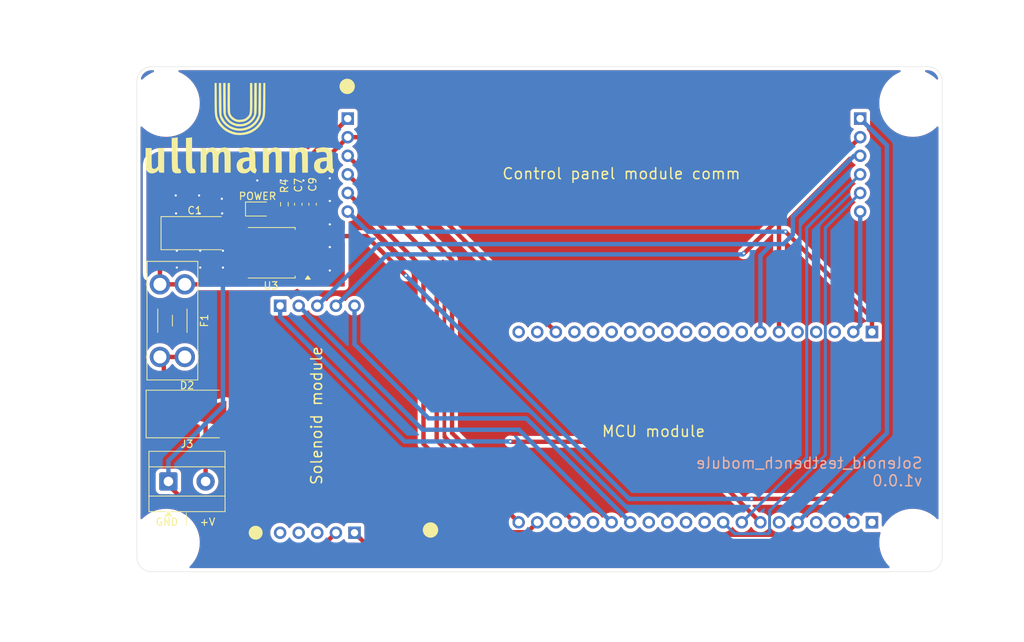
<source format=kicad_pcb>
(kicad_pcb (version 20241229) (generator "pcbnew") (generator_version "9.0")
  (layers (0 "F.Cu" signal) (2 "B.Cu" signal) (13 "F.Paste" user) (15 "B.Paste" user) (5 "F.SilkS" user "F.Silkscreen") (7 "B.SilkS" user "B.Silkscreen") (1 "F.Mask" user) (3 "B.Mask" user) (25 "Edge.Cuts" user))
  (net 0 "")
  (net 1 "/power_supply/+V_IN")
  (net 2 "GND")
  (net 3 "+5V")
  (net 4 "+VDD")
  (net 5 "Net-(D2-K)")
  (net 6 "Net-(D4-A)")
  (net 7 "SCL")
  (net 9 "Net-(U1-A{slash}R)")
  (net 10 "Net-(U1-IHall)")
  (net 11 "+3.3V")
  (net 13 "SDA")
  (net 14 "Net-(U1-FB)")
  (net 16 "TX")
  (net 17 "AGND")
  (net 18 "Net-(U2-SW_MODE)")
  (net 19 "Net-(U2-LED_ERR)")
  (net 20 "Net-(U2-LED_STATUS)")
  (net 21 "RX")
  (net 22 "Net-(U2-RV1)")
  (footprint "TerminalBlock_MetzConnect:TerminalBlock_MetzConnect_Type101_RT01602HBWC_1x02_P5.08mm_Horizontal" (layer "F.Cu") (at 46.925 87.9675)
    (property "Reference" "J3" (at 2.54 -5.12 0) (layer "F.SilkS"))
    (property "Value" "1x2 5.08")
    (fp_line (start -2.66 -4.12) (end 7.74 -4.12) (stroke (width 0.12)) (layer "F.SilkS"))
    (fp_line (start -2.66 -2) (end 7.74 -2) (stroke (width 0.12)) (layer "F.SilkS"))
    (fp_line (start -2.66 2) (end 7.74 2) (stroke (width 0.12)) (layer "F.SilkS"))
    (fp_line (start -2.66 4.12) (end -2.66 -4.12) (stroke (width 0.12)) (layer "F.SilkS"))
    (fp_line (start -0.3 4.12) (end -2.66 4.12) (stroke (width 0.12)) (layer "F.SilkS"))
    (fp_line (start 7.74 -4.12) (end 7.74 4.12) (stroke (width 0.12)) (layer "F.SilkS"))
    (fp_line (start 7.74 4.12) (end 0.3 4.12) (stroke (width 0.12)) (layer "F.SilkS"))
    (fp_poly (pts (xy 0 4.12) (xy 0.44 4.73) (xy -0.44 4.73)) (stroke (width 0.12)) (fill yes) (layer "F.SilkS"))
    (pad "1" thru_hole roundrect (at 0 0) (size 2.5 2.5) (drill 1.3) (layers "*.Cu" "*.Mask") (roundrect_rratio 0.1) (net 2 "GND"))
    (pad "2" thru_hole circle (at 5.08 0) (size 2.5 2.5) (drill 1.3) (layers "*.Cu" "*.Mask") (net 1 "/power_supply/+V_IN"))
  )
  (footprint "Capacitor_SMD:C_0603_1608Metric_Pad1.08x0.95mm_HandSolder" (layer "F.Cu") (at 64.67 50.1 -90)
    (property "Reference" "C7" (at -2.6 0 90) (layer "F.SilkS"))
    (property "Value" "0.47uF")
    (fp_line (start -0.146267 0.51) (end 0.146267 0.51) (stroke (width 0.12)) (layer "F.SilkS"))
    (fp_line (start -0.146267 -0.51) (end 0.146267 -0.51) (stroke (width 0.12)) (layer "F.SilkS"))
    (pad "1" smd roundrect (at -0.8625 0 270) (size 1.075 0.95) (layers "F.Cu" "F.Mask" "F.Paste") (net 4 "+VDD"))
    (pad "2" smd roundrect (at 0.8625 0 270) (size 1.075 0.95) (layers "F.Cu" "F.Mask" "F.Paste") (net 2 "GND"))
  )
  (footprint "Library:control_panel_module" (layer "F.Cu") (at 107.62 45.3)
    (property "Reference" "U2" (hide yes))
    (property "Value" "Control_panel_module_comm" (hide yes))
    (fp_circle (center -36.275 -11.3) (end -35.275 -11.3) (stroke (width 0.1)) (fill yes) (layer "F.SilkS"))
    (pad "1" thru_hole rect (at -36.2 -6.9 180) (size 1.7 1.7) (drill 1) (layers "*.Cu" "*.Mask") (net 4 "+VDD"))
    (pad "2" thru_hole oval (at -36.2 -4.36 180) (size 1.7 1.7) (drill 1) (layers "*.Cu" "*.Mask") (net 2 "GND"))
    (pad "3" thru_hole oval (at -36.2 -1.82 180) (size 1.7 1.7) (drill 1) (layers "*.Cu" "*.Mask") (net 18 "Net-(U2-SW_MODE)"))
    (pad "4" thru_hole oval (at -36.2 0.72 180) (size 1.7 1.7) (drill 1) (layers "*.Cu" "*.Mask") (net 19 "Net-(U2-LED_ERR)"))
    (pad "5" thru_hole oval (at -36.2 3.26 180) (size 1.7 1.7) (drill 1) (layers "*.Cu" "*.Mask") (net 20 "Net-(U2-LED_STATUS)"))
    (pad "6" thru_hole oval (at -36.2 5.8 180) (size 1.7 1.7) (drill 1) (layers "*.Cu" "*.Mask") (net 16 "TX"))
    (pad "7" thru_hole rect (at 33.8 -6.9 180) (size 1.7 1.7) (drill 1) (layers "*.Cu" "*.Mask") (net 11 "+3.3V"))
    (pad "8" thru_hole oval (at 33.8 -4.36 180) (size 1.7 1.7) (drill 1) (layers "*.Cu" "*.Mask") (net 13 "SDA"))
    (pad "9" thru_hole oval (at 33.8 -1.82 180) (size 1.7 1.7) (drill 1) (layers "*.Cu" "*.Mask") (net 7 "SCL"))
    (pad "10" thru_hole oval (at 33.8 0.72 180) (size 1.7 1.7) (drill 1) (layers "*.Cu" "*.Mask") (net 17 "AGND"))
    (pad "11" thru_hole oval (at 33.8 3.26 180) (size 1.7 1.7) (drill 1) (layers "*.Cu" "*.Mask") (net 22 "Net-(U2-RV1)"))
    (pad "12" thru_hole oval (at 33.8 5.8 180) (size 1.7 1.7) (drill 1) (layers "*.Cu" "*.Mask") (net 21 "RX"))
  )
  (footprint "MountingHole:MountingHole_3.2mm_M3" (layer "F.Cu") (at 148.62 36.3)
    (property "Reference" "H3" (hide yes))
    (property "Value" "MountingHole" (hide yes))
    (pad "" np_thru_hole circle (at 0 0) (size 3.2 3.2) (drill 3.2) (layers "*.Cu" "*.Mask"))
  )
  (footprint "Capacitor_SMD:C_0603_1608Metric_Pad1.08x0.95mm_HandSolder" (layer "F.Cu") (at 66.62 50.1 90)
    (property "Reference" "C9" (at 2.7 0 90) (layer "F.SilkS"))
    (property "Value" "0.1uF")
    (fp_line (start -0.146267 -0.51) (end 0.146267 -0.51) (stroke (width 0.12)) (layer "F.SilkS"))
    (fp_line (start -0.146267 0.51) (end 0.146267 0.51) (stroke (width 0.12)) (layer "F.SilkS"))
    (pad "1" smd roundrect (at -0.8625 0 90) (size 1.075 0.95) (layers "F.Cu" "F.Mask" "F.Paste") (net 3 "+5V"))
    (pad "2" smd roundrect (at 0.8625 0 90) (size 1.075 0.95) (layers "F.Cu" "F.Mask" "F.Paste") (net 2 "GND"))
  )
  (footprint "MountingHole:MountingHole_3.2mm_M3" (layer "F.Cu") (at 148.62 96.3)
    (property "Reference" "H3" (hide yes))
    (property "Value" "MountingHole" (hide yes))
    (pad "" np_thru_hole circle (at 0 0) (size 3.2 3.2) (drill 3.2) (layers "*.Cu" "*.Mask"))
  )
  (footprint "Package_TO_SOT_SMD:TO-252-2" (layer "F.Cu") (at 60.93 56.73 180)
    (property "Reference" "U3" (at 0 -4.5 0) (layer "F.SilkS"))
    (property "Value" "LM78M05")
    (fp_line (start 3.11 3.45) (end -3.31 3.45) (stroke (width 0.12)) (layer "F.SilkS"))
    (fp_line (start 3.11 -3.45) (end -3.31 -3.45) (stroke (width 0.12)) (layer "F.SilkS"))
    (fp_line (start -3.31 3.45) (end -3.31 3.18) (stroke (width 0.12)) (layer "F.SilkS"))
    (fp_line (start -3.31 -3.45) (end -3.31 -3.18) (stroke (width 0.12)) (layer "F.SilkS"))
    (fp_poly (pts (xy -5.04 -3.14) (xy -5.38 -3.61) (xy -4.7 -3.61)) (stroke (width 0.12)) (fill yes) (layer "F.SilkS"))
    (pad "1" smd roundrect (at -5.04 -2.28 180) (size 2.2 1.2) (layers "F.Cu" "F.Mask" "F.Paste") (roundrect_rratio 0.208333) (net 4 "+VDD"))
    (pad "2" smd roundrect (at 1.26 0 180) (size 6.4 5.8) (layers "F.Cu" "F.Mask") (roundrect_rratio 0.043103) (net 2 "GND"))
    (pad "3" smd roundrect (at -5.04 2.28 180) (size 2.2 1.2) (layers "F.Cu" "F.Mask" "F.Paste") (roundrect_rratio 0.208333) (net 3 "+5V"))
  )
  (footprint "MCU_module:MCU_module" (layer "F.Cu") (at 113.65 80.45 -90)
    (property "Reference" "U4" (hide yes))
    (property "Value" "MCU_module")
    (fp_circle (center 14.15 30.925) (end 15.15 30.925) (stroke (width 0.1)) (fill yes) (layer "F.SilkS"))
    (pad "1" thru_hole rect (at -12.9 -29.38 90) (size 1.7 1.7) (drill 1) (layers "*.Cu" "*.Mask") (net 16 "TX"))
    (pad "2" thru_hole oval (at -12.9 -26.84 90) (size 1.7 1.7) (drill 1) (layers "*.Cu" "*.Mask") (net 21 "RX"))
    (pad "3" thru_hole oval (at -12.9 -24.3 90) (size 1.7 1.7) (drill 1) (layers "*.Cu" "*.Mask"))
    (pad "4" thru_hole oval (at -12.9 -21.76 90) (size 1.7 1.7) (drill 1) (layers "*.Cu" "*.Mask"))
    (pad "5" thru_hole oval (at -12.9 -19.22 90) (size 1.7 1.7) (drill 1) (layers "*.Cu" "*.Mask"))
    (pad "6" thru_hole oval (at -12.9 -16.68 90) (size 1.7 1.7) (drill 1) (layers "*.Cu" "*.Mask") (net 13 "SDA"))
    (pad "7" thru_hole oval (at -12.9 -14.14 90) (size 1.7 1.7) (drill 1) (layers "*.Cu" "*.Mask") (net 7 "SCL"))
    (pad "8" thru_hole oval (at -12.9 -11.6 90) (size 1.7 1.7) (drill 1) (layers "*.Cu" "*.Mask"))
    (pad "9" thru_hole oval (at -12.9 -9.06 90) (size 1.7 1.7) (drill 1) (layers "*.Cu" "*.Mask"))
    (pad "10" thru_hole oval (at -12.9 -6.52 90) (size 1.7 1.7) (drill 1) (layers "*.Cu" "*.Mask"))
    (pad "11" thru_hole oval (at -12.9 -3.98 90) (size 1.7 1.7) (drill 1) (layers "*.Cu" "*.Mask"))
    (pad "12" thru_hole oval (at -12.9 -1.44 90) (size 1.7 1.7) (drill 1) (layers "*.Cu" "*.Mask"))
    (pad "13" thru_hole oval (at -12.9 1.1 90) (size 1.7 1.7) (drill 1) (layers "*.Cu" "*.Mask"))
    (pad "14" thru_hole oval (at -12.9 3.64 90) (size 1.7 1.7) (drill 1) (layers "*.Cu" "*.Mask"))
    (pad "15" thru_hole oval (at -12.9 6.18 90) (size 1.7 1.7) (drill 1) (layers "*.Cu" "*.Mask"))
    (pad "16" thru_hole oval (at -12.9 8.72 90) (size 1.7 1.7) (drill 1) (layers "*.Cu" "*.Mask"))
    (pad "17" thru_hole oval (at -12.9 11.26 90) (size 1.7 1.7) (drill 1) (layers "*.Cu" "*.Mask"))
    (pad "18" thru_hole oval (at -12.9 13.8 90) (size 1.7 1.7) (drill 1) (layers "*.Cu" "*.Mask") (net 2 "GND"))
    (pad "19" thru_hole oval (at -12.9 16.34 90) (size 1.7 1.7) (drill 1) (layers "*.Cu" "*.Mask"))
    (pad "20" thru_hole oval (at -12.9 18.88 90) (size 1.7 1.7) (drill 1) (layers "*.Cu" "*.Mask"))
    (pad "21" thru_hole oval (at 13.1 18.88 90) (size 1.7 1.7) (drill 1) (layers "*.Cu" "*.Mask") (net 19 "Net-(U2-LED_ERR)"))
    (pad "22" thru_hole oval (at 13.1 16.34 90) (size 1.7 1.7) (drill 1) (layers "*.Cu" "*.Mask") (net 20 "Net-(U2-LED_STATUS)"))
    (pad "23" thru_hole oval (at 13.1 13.8 90) (size 1.7 1.7) (drill 1) (layers "*.Cu" "*.Mask"))
    (pad "24" thru_hole oval (at 13.1 11.26 90) (size 1.7 1.7) (drill 1) (layers "*.Cu" "*.Mask") (net 18 "Net-(U2-SW_MODE)"))
    (pad "25" thru_hole oval (at 13.1 8.72 90) (size 1.7 1.7) (drill 1) (layers "*.Cu" "*.Mask"))
    (pad "26" thru_hole oval (at 13.1 6.18 90) (size 1.7 1.7) (drill 1) (layers "*.Cu" "*.Mask") (net 9 "Net-(U1-A{slash}R)"))
    (pad "27" thru_hole oval (at 13.1 3.64 90) (size 1.7 1.7) (drill 1) (layers "*.Cu" "*.Mask") (net 14 "Net-(U1-FB)"))
    (pad "28" thru_hole oval (at 13.1 1.1 90) (size 1.7 1.7) (drill 1) (layers "*.Cu" "*.Mask"))
    (pad "29" thru_hole oval (at 13.1 -1.44 90) (size 1.7 1.7) (drill 1) (layers "*.Cu" "*.Mask"))
    (pad "30" thru_hole oval (at 13.1 -3.98 90) (size 1.7 1.7) (drill 1) (layers "*.Cu" "*.Mask"))
    (pad "31" thru_hole oval (at 13.1 -6.52 90) (size 1.7 1.7) (drill 1) (layers "*.Cu" "*.Mask"))
    (pad "32" thru_hole oval (at 13.1 -9.06 90) (size 1.7 1.7) (drill 1) (layers "*.Cu" "*.Mask") (net 22 "Net-(U2-RV1)"))
    (pad "33" thru_hole oval (at 13.1 -11.6 90) (size 1.7 1.7) (drill 1) (layers "*.Cu" "*.Mask") (net 17 "AGND"))
    (pad "34" thru_hole oval (at 13.1 -14.14 90) (size 1.7 1.7) (drill 1) (layers "*.Cu" "*.Mask") (net 10 "Net-(U1-IHall)"))
    (pad "35" thru_hole oval (at 13.1 -16.68 90) (size 1.7 1.7) (drill 1) (layers "*.Cu" "*.Mask"))
    (pad "36" thru_hole oval (at 13.1 -19.22 90) (size 1.7 1.7) (drill 1) (layers "*.Cu" "*.Mask") (net 11 "+3.3V"))
    (pad "37" thru_hole oval (at 13.1 -21.76 90) (size 1.7 1.7) (drill 1) (layers "*.Cu" "*.Mask"))
    (pad "38" thru_hole oval (at 13.1 -24.3 90) (size 1.7 1.7) (drill 1) (layers "*.Cu" "*.Mask"))
    (pad "39" thru_hole oval (at 13.1 -26.84 90) (size 1.7 1.7) (drill 1) (layers "*.Cu" "*.Mask") (net 3 "+5V"))
    (pad "40" thru_hole rect (at 13.1 -29.38 90) (size 1.7 1.7) (drill 1) (layers "*.Cu" "*.Mask"))
  )
  (footprint "LOGO" (layer "F.Cu") (at 56.7 41.1)
    (property "Reference" "G***" (hide yes))
    (property "Value" "LOGO" (hide yes))
    (fp_poly (pts (xy 5.134785 1.266648) (xy 5.370213 1.395497) (xy 5.552611 1.596257) (xy 5.664005 1.845459) (xy 5.678373 1.946529) (xy 5.690958 2.132129) (xy 5.701317 2.389106) (xy 5.709009 2.704307) (xy 5.713594 3.064579) (xy 5.714728 3.358173) (xy 5.715 4.689231) (xy 5.299808 4.689231) (xy 4.884616 4.689231) (xy 4.884616 3.381253) (xy 4.883946 2.955489) (xy 4.880487 2.617334) (xy 4.872069 2.356708) (xy 4.856517 2.163529) (xy 4.83166 2.027716) (xy 4.795325 1.939188) (xy 4.74534 1.887864) (xy 4.679533 1.863663) (xy 4.595731 1.856504) (xy 4.555973 1.856154) (xy 4.440177 1.869634) (xy 4.336432 1.921607) (xy 4.21432 2.029372) (xy 4.167973 2.07682) (xy 3.956539 2.297485) (xy 3.956539 3.493358) (xy 3.956539 4.689231) (xy 3.541346 4.689231) (xy 3.126154 4.689231) (xy 3.126154 3.004039) (xy 3.126154 1.318846) (xy 3.491923 1.318846) (xy 3.857692 1.318846) (xy 3.889463 1.517533) (xy 3.921234 1.716219) (xy 4.097637 1.544341) (xy 4.36397 1.345428) (xy 4.659044 1.239837) (xy 4.861049 1.221154)) (fill yes) (layer "F.SilkS"))
    (fp_poly (pts (xy -12.065 2.616481) (xy -12.063093 3.02438) (xy -12.057581 3.37369) (xy -12.048779 3.655658) (xy -12.037001 3.861532) (xy -12.022562 3.982559) (xy -12.015034 4.007477) (xy -11.90321 4.128784) (xy -11.752283 4.174697) (xy -11.582675 4.147285) (xy -11.414807 4.048618) (xy -11.307345 3.93575) (xy -11.185769 3.776356) (xy -11.185769 2.547601) (xy -11.185769 1.318846) (xy -10.770577 1.318846) (xy -10.355384 1.318846) (xy -10.355384 3.004039) (xy -10.355384 4.689231) (xy -10.692081 4.689231) (xy -10.888348 4.683211) (xy -11.006596 4.656132) (xy -11.066205 4.594467) (xy -11.086559 4.484686) (xy -11.088077 4.412834) (xy -11.088077 4.290966) (xy -11.216336 4.443394) (xy -11.414462 4.614831) (xy -11.660194 4.732177) (xy -11.92701 4.789967) (xy -12.188381 4.782738) (xy -12.417784 4.705027) (xy -12.435678 4.694558) (xy -12.6485 4.516835) (xy -12.788118 4.282624) (xy -12.842916 4.098691) (xy -12.858024 3.97841) (xy -12.871269 3.77563) (xy -12.882124 3.505536) (xy -12.890062 3.183312) (xy -12.894558 2.824143) (xy -12.895384 2.586442) (xy -12.895384 1.318846) (xy -12.480192 1.318846) (xy -12.065 1.318846)) (fill yes) (layer "F.SilkS"))
    (fp_poly (pts (xy -8.49923 1.948725) (xy -8.499093 2.469481) (xy -8.498104 2.900943) (xy -8.495394 3.251509) (xy -8.490095 3.529577) (xy -8.48134 3.743546) (xy -8.468261 3.901814) (xy -8.449989 4.012778) (xy -8.425658 4.084838) (xy -8.394398 4.126391) (xy -8.355343 4.145836) (xy -8.307624 4.15157) (xy -8.271546 4.151923) (xy -8.200601 4.168779) (xy -8.147689 4.233896) (xy -8.096832 4.369098) (xy -8.085724 4.405716) (xy -8.043513 4.58532) (xy -8.047528 4.688813) (xy -8.060981 4.710135) (xy -8.132149 4.737157) (xy -8.271781 4.76063) (xy -8.450655 4.775752) (xy -8.464168 4.776386) (xy -8.670687 4.779464) (xy -8.813266 4.763058) (xy -8.924625 4.721869) (xy -8.973109 4.693935) (xy -9.048678 4.645715) (xy -9.111807 4.59828) (xy -9.163675 4.542839) (xy -9.205463 4.470603) (xy -9.238352 4.372781) (xy -9.263522 4.240582) (xy -9.282153 4.065217) (xy -9.295426 3.837895) (xy -9.304522 3.549826) (xy -9.31062 3.192219) (xy -9.314902 2.756284) (xy -9.318547 2.233231) (xy -9.319313 2.115876) (xy -9.333435 -0.042287) (xy -9.123929 -0.067799) (xy -8.929157 -0.090654) (xy -8.729062 -0.112907) (xy -8.706827 -0.115277) (xy -8.49923 -0.137242)) (fill yes) (layer "F.SilkS"))
    (fp_poly (pts (xy -6.545384 1.948725) (xy -6.545247 2.469481) (xy -6.544258 2.900943) (xy -6.541547 3.251509) (xy -6.536249 3.529577) (xy -6.527494 3.743546) (xy -6.514414 3.901814) (xy -6.496143 4.012778) (xy -6.471812 4.084838) (xy -6.440552 4.126391) (xy -6.401497 4.145836) (xy -6.353778 4.15157) (xy -6.3177 4.151923) (xy -6.246755 4.168779) (xy -6.193843 4.233896) (xy -6.142985 4.369098) (xy -6.131877 4.405716) (xy -6.089667 4.58532) (xy -6.093682 4.688813) (xy -6.107135 4.710135) (xy -6.178303 4.737157) (xy -6.317935 4.76063) (xy -6.496809 4.775752) (xy -6.510322 4.776386) (xy -6.715342 4.779609) (xy -6.856957 4.763612) (xy -6.968495 4.722845) (xy -7.024474 4.690766) (xy -7.15384 4.574169) (xy -7.263864 4.415408) (xy -7.279844 4.382933) (xy -7.302587 4.327795) (xy -7.321346 4.265622) (xy -7.336509 4.186964) (xy -7.348463 4.082367) (xy -7.357595 3.94238) (xy -7.364291 3.757552) (xy -7.36894 3.518429) (xy -7.371927 3.215561) (xy -7.373641 2.839495) (xy -7.374467 2.380779) (xy -7.374696 2.066743) (xy -7.375769 -0.04286) (xy -7.168173 -0.068086) (xy -6.973432 -0.09089) (xy -6.773171 -0.113126) (xy -6.75298 -0.115277) (xy -6.545384 -0.137242)) (fill yes) (layer "F.SilkS"))
    (fp_poly (pts (xy -1.943553 -5.409711) (xy -1.929423 -3.248269) (xy -1.792107 -2.987552) (xy -1.559541 -2.642068) (xy -1.270592 -2.365804) (xy -0.937815 -2.158762) (xy -0.573765 -2.02094) (xy -0.190995 -1.952338) (xy 0.197939 -1.952958) (xy 0.580484 -2.022798) (xy 0.944085 -2.161859) (xy 1.276187 -2.370141) (xy 1.564237 -2.647644) (xy 1.792108 -2.987552) (xy 1.929423 -3.248269) (xy 1.943554 -5.409711) (xy 1.957684 -7.571154) (xy 2.126727 -7.571154) (xy 2.29577 -7.571154) (xy 2.29577 -5.595289) (xy 2.294285 -5.023615) (xy 2.289898 -4.527565) (xy 2.282712 -4.111336) (xy 2.27283 -3.779127) (xy 2.260353 -3.535135) (xy 2.245384 -3.383559) (xy 2.24126 -3.360577) (xy 2.105733 -2.941454) (xy 1.891613 -2.568385) (xy 1.609634 -2.24786) (xy 1.270525 -1.986372) (xy 0.88502 -1.790413) (xy 0.463849 -1.666474) (xy 0.017745 -1.621048) (xy -0.442561 -1.660626) (xy -0.537307 -1.67974) (xy -0.968018 -1.821958) (xy -1.356038 -2.042413) (xy -1.690532 -2.330419) (xy -1.960666 -2.675288) (xy -2.155605 -3.066333) (xy -2.24126 -3.360577) (xy -2.256836 -3.488371) (xy -2.269946 -3.709631) (xy -2.280488 -4.020158) (xy -2.288358 -4.415756) (xy -2.293455 -4.892225) (xy -2.295675 -5.445368) (xy -2.295769 -5.595289) (xy -2.295769 -7.571154) (xy -2.126726 -7.571154) (xy -1.957683 -7.571154)) (fill yes) (layer "F.SilkS"))
    (fp_poly (pts (xy 8.521393 1.231148) (xy 8.799468 1.295484) (xy 9.017955 1.436666) (xy 9.174913 1.653384) (xy 9.187696 1.68036) (xy 9.214419 1.74717) (xy 9.235403 1.824318) (xy 9.251342 1.923884) (xy 9.262928 2.057945) (xy 9.270853 2.238581) (xy 9.275811 2.477871) (xy 9.278494 2.787892) (xy 9.279594 3.180724) (xy 9.279697 3.284904) (xy 9.28077 4.689231) (xy 8.892914 4.689231) (xy 8.505058 4.689231) (xy 8.489933 3.375421) (xy 8.48494 2.980361) (xy 8.479542 2.671283) (xy 8.472843 2.436474) (xy 8.46395 2.264226) (xy 8.451968 2.142827) (xy 8.436003 2.060566) (xy 8.415161 2.005734) (xy 8.388547 1.966621) (xy 8.381757 1.958882) (xy 8.243185 1.869621) (xy 8.07869 1.861503) (xy 7.907167 1.928866) (xy 7.747511 2.066047) (xy 7.669707 2.172262) (xy 7.638638 2.22844) (xy 7.61486 2.292346) (xy 7.597406 2.377108) (xy 7.58531 2.495853) (xy 7.577604 2.661709) (xy 7.573322 2.887805) (xy 7.571496 3.187267) (xy 7.571154 3.510477) (xy 7.571154 4.689231) (xy 7.155962 4.689231) (xy 6.74077 4.689231) (xy 6.74077 3.004039) (xy 6.74077 1.318846) (xy 7.107116 1.318846) (xy 7.473462 1.318846) (xy 7.473462 1.518382) (xy 7.473462 1.717918) (xy 7.697387 1.520812) (xy 7.936774 1.344511) (xy 8.173566 1.249853) (xy 8.43763 1.226341)) (fill yes) (layer "F.SilkS"))
    (fp_poly (pts (xy 2.881201 -5.534921) (xy 2.880375 -5.003968) (xy 2.878106 -4.561271) (xy 2.874097 -4.197402) (xy 2.868054 -3.902932) (xy 2.859678 -3.668434) (xy 2.848673 -3.484476) (xy 2.834742 -3.341632) (xy 2.81759 -3.230473) (xy 2.807164 -3.181488) (xy 2.646336 -2.703353) (xy 2.405176 -2.271263) (xy 2.092906 -1.892221) (xy 1.718745 -1.573233) (xy 1.291914 -1.321303) (xy 0.821635 -1.143435) (xy 0.317128 -1.046634) (xy -0.024423 -1.0305) (xy -0.257815 -1.042611) (xy -0.506399 -1.070771) (xy -0.665997 -1.098704) (xy -1.101858 -1.237161) (xy -1.52514 -1.4533) (xy -1.915358 -1.732289) (xy -2.252025 -2.059299) (xy -2.514655 -2.419499) (xy -2.531967 -2.449505) (xy -2.611602 -2.595822) (xy -2.678211 -2.735523) (xy -2.732947 -2.878767) (xy -2.776964 -3.035713) (xy -2.811415 -3.216519) (xy -2.837456 -3.431343) (xy -2.85624 -3.690345) (xy -2.868919 -4.003683) (xy -2.87665 -4.381516) (xy -2.880584 -4.834003) (xy -2.881877 -5.371302) (xy -2.881923 -5.530523) (xy -2.881923 -7.577343) (xy -2.723173 -7.562037) (xy -2.564423 -7.54673) (xy -2.54 -5.348654) (xy -2.515577 -3.150577) (xy -2.338423 -2.78423) (xy -2.084983 -2.357655) (xy -1.772509 -2.0079) (xy -1.396145 -1.730696) (xy -0.951039 -1.521778) (xy -0.870115 -1.493393) (xy -0.422346 -1.374948) (xy -0.005303 -1.33483) (xy 0.405956 -1.371088) (xy 0.488462 -1.387071) (xy 0.984454 -1.535579) (xy 1.426566 -1.758879) (xy 1.807749 -2.051688) (xy 2.120952 -2.408728) (xy 2.333455 -2.769162) (xy 2.515577 -3.150577) (xy 2.54 -5.348654) (xy 2.564423 -7.54673) (xy 2.723173 -7.562037) (xy 2.881923 -7.577343)) (fill yes) (layer "F.SilkS"))
    (fp_poly (pts (xy 1.526443 -7.562037) (xy 1.685193 -7.54673) (xy 1.697979 -5.620739) (xy 1.700854 -5.082449) (xy 1.701012 -4.631977) (xy 1.697412 -4.25946) (xy 1.689014 -3.955038) (xy 1.674777 -3.70885) (xy 1.65366 -3.511036) (xy 1.624624 -3.351733) (xy 1.586627 -3.221081) (xy 1.53863 -3.109218) (xy 1.479591 -3.006285) (xy 1.411607 -2.906783) (xy 1.192181 -2.665339) (xy 0.918113 -2.459127) (xy 0.634156 -2.319894) (xy 0.45157 -2.273082) (xy 0.222295 -2.23819) (xy -0.013523 -2.219147) (xy -0.215738 -2.219882) (xy -0.293077 -2.229153) (xy -0.681421 -2.345331) (xy -1.02125 -2.531791) (xy -1.301935 -2.778709) (xy -1.51285 -3.076265) (xy -1.643367 -3.414636) (xy -1.660037 -3.4925) (xy -1.676152 -3.638382) (xy -1.688487 -3.879212) (xy -1.696995 -4.212316) (xy -1.701626 -4.635021) (xy -1.702333 -5.144653) (xy -1.699644 -5.666154) (xy -1.685192 -7.54673) (xy -1.526442 -7.562037) (xy -1.367692 -7.577343) (xy -1.366619 -5.534921) (xy -1.366076 -5.03017) (xy -1.364768 -4.613546) (xy -1.362309 -4.275485) (xy -1.358314 -4.006422) (xy -1.352397 -3.796792) (xy -1.344172 -3.637032) (xy -1.333254 -3.517576) (xy -1.319255 -3.42886) (xy -1.301791 -3.36132) (xy -1.280476 -3.305391) (xy -1.276297 -3.296031) (xy -1.102167 -3.025727) (xy -0.850214 -2.796295) (xy -0.593676 -2.648095) (xy -0.444011 -2.586357) (xy -0.3101 -2.55308) (xy -0.154678 -2.542728) (xy 0.059521 -2.549769) (xy 0.066044 -2.550125) (xy 0.384322 -2.587135) (xy 0.639049 -2.666975) (xy 0.859538 -2.802136) (xy 1.035596 -2.963265) (xy 1.113478 -3.044842) (xy 1.17812 -3.120014) (xy 1.230757 -3.198369) (xy 1.27262 -3.289496) (xy 1.304945 -3.402985) (xy 1.328962 -3.548425) (xy 1.345907 -3.735404) (xy 1.357012 -3.973511) (xy 1.36351 -4.272335) (xy 1.366634 -4.641466) (xy 1.367618 -5.090492) (xy 1.367693 -5.545564) (xy 1.367693 -7.577343)) (fill yes) (layer "F.SilkS"))
    (fp_poly (pts (xy -1.923038 1.240426) (xy -1.709118 1.331058) (xy -1.488081 1.52881) (xy -1.351284 1.768275) (xy -1.316769 1.884358) (xy -1.304777 1.98415) (xy -1.293923 2.166397) (xy -1.284669 2.41586) (xy -1.27748 2.717305) (xy -1.272819 3.055494) (xy -1.271165 3.382596) (xy -1.27 4.689231) (xy -1.685192 4.689231) (xy -2.100384 4.689231) (xy -2.100384 3.381253) (xy -2.101267 2.954877) (xy -2.105167 2.61615) (xy -2.113958 2.355036) (xy -2.129516 2.161499) (xy -2.153716 2.025503) (xy -2.188434 1.937012) (xy -2.235545 1.885989) (xy -2.296925 1.862399) (xy -2.374448 1.856205) (xy -2.385362 1.856154) (xy -2.571978 1.902607) (xy -2.739931 2.043041) (xy -2.82907 2.167172) (xy -2.86108 2.224204) (xy -2.885581 2.287276) (xy -2.903569 2.36957) (xy -2.916044 2.484273) (xy -2.924003 2.644567) (xy -2.928445 2.863637) (xy -2.930367 3.154668) (xy -2.930769 3.510477) (xy -2.930769 4.689231) (xy -3.321538 4.689231) (xy -3.712307 4.689231) (xy -3.715064 3.455866) (xy -3.717631 3.018232) (xy -3.724123 2.66849) (xy -3.735978 2.396871) (xy -3.754633 2.193606) (xy -3.781525 2.048926) (xy -3.818094 1.953061) (xy -3.865776 1.896243) (xy -3.926009 1.868704) (xy -3.949295 1.864317) (xy -4.135289 1.868916) (xy -4.292948 1.948654) (xy -4.440657 2.109848) (xy -4.591538 2.315015) (xy -4.591538 3.502123) (xy -4.591538 4.689231) (xy -4.982307 4.689231) (xy -5.373077 4.689231) (xy -5.373077 3.004039) (xy -5.373077 1.318846) (xy -5.00673 1.318846) (xy -4.640384 1.318846) (xy -4.640384 1.489808) (xy -4.630774 1.611311) (xy -4.594761 1.651241) (xy -4.521571 1.610487) (xy -4.417504 1.508215) (xy -4.205885 1.342303) (xy -3.965078 1.24863) (xy -3.714975 1.225926) (xy -3.475465 1.272918) (xy -3.266439 1.388333) (xy -3.107789 1.570899) (xy -3.095471 1.59278) (xy -3.007774 1.755623) (xy -2.862823 1.579773) (xy -2.663182 1.399415) (xy -2.424242 1.27934) (xy -2.169647 1.224645)) (fill yes) (layer "F.SilkS"))
    (fp_poly (pts (xy -3.163256 -5.409711) (xy -3.158102 -4.883179) (xy -3.152808 -4.444853) (xy -3.146957 -4.085248) (xy -3.140134 -3.79488) (xy -3.131925 -3.564263) (xy -3.121913 -3.383912) (xy -3.109685 -3.244342) (xy -3.094825 -3.136068) (xy -3.076918 -3.049604) (xy -3.056895 -2.979615) (xy -2.841403 -2.459211) (xy -2.551915 -1.998622) (xy -2.19283 -1.603012) (xy -1.768549 -1.277543) (xy -1.459896 -1.10605) (xy -0.918482 -0.890046) (xy -0.384984 -0.77045) (xy 0.145082 -0.74735) (xy 0.676198 -0.820829) (xy 1.212849 -0.990974) (xy 1.5875 -1.164151) (xy 1.918262 -1.376004) (xy 2.242193 -1.65554) (xy 2.531547 -1.975018) (xy 2.758577 -2.306693) (xy 2.792501 -2.369038) (xy 2.872232 -2.523154) (xy 2.938863 -2.658745) (xy 2.993655 -2.786148) (xy 3.037869 -2.915698) (xy 3.072764 -3.057734) (xy 3.099601 -3.222592) (xy 3.119641 -3.420608) (xy 3.134143 -3.662119) (xy 3.144368 -3.957461) (xy 3.151577 -4.316971) (xy 3.15703 -4.750986) (xy 3.161986 -5.269843) (xy 3.163257 -5.409711) (xy 3.182925 -7.571154) (xy 3.325501 -7.571154) (xy 3.468077 -7.571154) (xy 3.467229 -5.48298) (xy 3.466453 -4.921659) (xy 3.46389 -4.44775) (xy 3.458441 -4.050978) (xy 3.449012 -3.721065) (xy 3.434505 -3.447735) (xy 3.413824 -3.22071) (xy 3.385872 -3.029714) (xy 3.349553 -2.86447) (xy 3.303771 -2.714701) (xy 3.247428 -2.570131) (xy 3.179428 -2.420482) (xy 3.129504 -2.317741) (xy 2.854034 -1.865616) (xy 2.49806 -1.454518) (xy 2.074376 -1.096499) (xy 1.595776 -0.803612) (xy 1.445428 -0.731167) (xy 1.010291 -0.577745) (xy 0.522179 -0.481301) (xy 0.009318 -0.444494) (xy -0.500068 -0.469982) (xy -0.805961 -0.51911) (xy -1.00368 -0.5738) (xy -1.247532 -0.660524) (xy -1.497865 -0.764579) (xy -1.611923 -0.817949) (xy -1.846008 -0.939695) (xy -2.037297 -1.059695) (xy -2.217342 -1.200994) (xy -2.417696 -1.386637) (xy -2.495012 -1.462917) (xy -2.708887 -1.685223) (xy -2.868502 -1.87678) (xy -2.996215 -2.067444) (xy -3.114385 -2.287074) (xy -3.11868 -2.295769) (xy -3.19706 -2.458556) (xy -3.262702 -2.608352) (xy -3.316737 -2.755495) (xy -3.360295 -2.910324) (xy -3.394507 -3.083178) (xy -3.420504 -3.284395) (xy -3.439416 -3.524314) (xy -3.452374 -3.813275) (xy -3.460509 -4.161615) (xy -3.464951 -4.579674) (xy -3.46683 -5.077791) (xy -3.467229 -5.48298) (xy -3.468077 -7.571154) (xy -3.3255 -7.571154) (xy -3.182924 -7.571154)) (fill yes) (layer "F.SilkS"))
    (fp_poly (pts (xy 11.80712 1.251603) (xy 12.1109 1.342449) (xy 12.345538 1.496649) (xy 12.51523 1.716167) (xy 12.52479 1.734039) (xy 12.558504 1.806475) (xy 12.584558 1.887574) (xy 12.604352 1.991578) (xy 12.619284 2.132731) (xy 12.630754 2.325277) (xy 12.640162 2.583458) (xy 12.648906 2.921518) (xy 12.651154 3.020281) (xy 12.659648 3.375727) (xy 12.667995 3.646157) (xy 12.677502 3.844238) (xy 12.689478 3.982636) (xy 12.705232 4.074017) (xy 12.726073 4.131046) (xy 12.753309 4.166391) (xy 12.771059 4.180864) (xy 12.826227 4.231545) (xy 12.843039 4.294826) (xy 12.825125 4.403089) (xy 12.804837 4.482121) (xy 12.760002 4.626905) (xy 12.716113 4.732049) (xy 12.698711 4.75849) (xy 12.613775 4.781702) (xy 12.482827 4.753137) (xy 12.334024 4.684603) (xy 12.195522 4.587908) (xy 12.126939 4.518709) (xy 11.98834 4.350565) (xy 11.844988 4.502447) (xy 11.658185 4.65736) (xy 11.439643 4.748593) (xy 11.164796 4.785218) (xy 11.074786 4.786923) (xy 10.875891 4.777978) (xy 10.726691 4.742829) (xy 10.580157 4.66901) (xy 10.542949 4.645925) (xy 10.326754 4.460748) (xy 10.187008 4.224219) (xy 10.119828 3.928332) (xy 10.112227 3.757944) (xy 10.115698 3.723915) (xy 10.934143 3.723915) (xy 10.970464 3.95176) (xy 11.068714 4.110093) (xy 11.218874 4.192099) (xy 11.410924 4.190964) (xy 11.551017 4.143536) (xy 11.71789 4.018502) (xy 11.820792 3.823312) (xy 11.860781 3.555535) (xy 11.859698 3.434177) (xy 11.845193 3.101731) (xy 11.582287 3.116031) (xy 11.309056 3.153923) (xy 11.11688 3.23858) (xy 10.997079 3.37814) (xy 10.940978 3.580743) (xy 10.934143 3.723915) (xy 10.115698 3.723915) (xy 10.145748 3.429285) (xy 10.246578 3.16044) (xy 10.418802 2.947922) (xy 10.666506 2.788247) (xy 10.993772 2.677928) (xy 11.404687 2.61348) (xy 11.458971 2.608731) (xy 11.881518 2.574446) (xy 11.852549 2.329848) (xy 11.806652 2.111568) (xy 11.720218 1.968769) (xy 11.577626 1.888468) (xy 11.363256 1.857678) (xy 11.28271 1.856154) (xy 11.068931 1.867328) (xy 10.854708 1.896208) (xy 10.726475 1.925551) (xy 10.576883 1.963201) (xy 10.498119 1.961715) (xy 10.475296 1.937763) (xy 10.399914 1.726337) (xy 10.355171 1.588341) (xy 10.338495 1.505332) (xy 10.347316 1.458867) (xy 10.379062 1.430502) (xy 10.402749 1.417332) (xy 10.555934 1.358319) (xy 10.773631 1.303092) (xy 11.022696 1.257947) (xy 11.26998 1.229183) (xy 11.43 1.222149)) (fill yes) (layer "F.SilkS"))
    (fp_poly (pts (xy 1.236309 1.252939) (xy 1.540063 1.349702) (xy 1.78189 1.513551) (xy 1.796253 1.527188) (xy 1.892123 1.634226) (xy 1.966144 1.755694) (xy 2.020941 1.905196) (xy 2.059135 2.096335) (xy 2.083353 2.342715) (xy 2.096217 2.657939) (xy 2.10035 3.055611) (xy 2.100385 3.104009) (xy 2.101029 3.431092) (xy 2.103897 3.675247) (xy 2.110395 3.851233) (xy 2.121928 3.973811) (xy 2.139901 4.057741) (xy 2.165721 4.117784) (xy 2.200791 4.1687) (xy 2.20189 4.170099) (xy 2.259325 4.250903) (xy 2.278713 4.321383) (xy 2.262045 4.417779) (xy 2.222387 4.543033) (xy 2.151132 4.710527) (xy 2.079867 4.782513) (xy 2.059825 4.785851) (xy 1.91377 4.75343) (xy 1.747566 4.674522) (xy 1.600931 4.571813) (xy 1.517631 4.47614) (xy 1.447762 4.345225) (xy 1.297823 4.487336) (xy 1.158737 4.601572) (xy 1.012158 4.697295) (xy 0.991561 4.708186) (xy 0.820564 4.760305) (xy 0.597929 4.783921) (xy 0.364278 4.778835) (xy 0.160235 4.744846) (xy 0.07327 4.712724) (xy -0.151648 4.548722) (xy -0.327932 4.31837) (xy -0.435322 4.048799) (xy -0.440744 4.02437) (xy -0.466833 3.702522) (xy 0.342643 3.702522) (xy 0.365042 3.861494) (xy 0.422869 4.017056) (xy 0.500084 4.132923) (xy 0.548492 4.168077) (xy 0.756488 4.202864) (xy 0.95889 4.143973) (xy 1.103923 4.034693) (xy 1.185993 3.947932) (xy 1.235293 3.871194) (xy 1.260165 3.776089) (xy 1.26895 3.634229) (xy 1.27 3.469447) (xy 1.27 3.070278) (xy 0.989135 3.102381) (xy 0.707803 3.167194) (xy 0.506332 3.288236) (xy 0.384644 3.46558) (xy 0.342664 3.699296) (xy 0.342643 3.702522) (xy -0.466833 3.702522) (xy -0.468018 3.687903) (xy -0.410476 3.377262) (xy -0.273903 3.105739) (xy -0.064084 2.886626) (xy 0.09938 2.78337) (xy 0.277009 2.716072) (xy 0.515554 2.656654) (xy 0.778241 2.612345) (xy 1.028297 2.590376) (xy 1.086827 2.589215) (xy 1.27 2.588846) (xy 1.27 2.342395) (xy 1.258271 2.170496) (xy 1.214208 2.053737) (xy 1.150105 1.976049) (xy 1.067136 1.908049) (xy 0.96998 1.8716) (xy 0.825829 1.857593) (xy 0.718253 1.856154) (xy 0.504478 1.868299) (xy 0.287448 1.899528) (xy 0.168793 1.927632) (xy 0.032614 1.966363) (xy -0.056819 1.987513) (xy -0.076126 1.98869) (xy -0.098332 1.93339) (xy -0.137202 1.819303) (xy -0.181608 1.681293) (xy -0.220419 1.554229) (xy -0.242507 1.472976) (xy -0.24423 1.462035) (xy -0.199415 1.425385) (xy -0.079615 1.381527) (xy 0.0932 1.335236) (xy 0.29706 1.291284) (xy 0.509994 1.254448) (xy 0.710033 1.229501) (xy 0.864205 1.221154)) (fill yes) (layer "F.SilkS"))
  )
  (footprint "Resistor_SMD:R_0603_1608Metric_Pad0.98x0.95mm_HandSolder" (layer "F.Cu") (at 62.77 50.1 -90)
    (property "Reference" "R4" (at -2.5 0 90) (layer "F.SilkS"))
    (property "Value" "1k")
    (fp_line (start -0.254724 0.5225) (end 0.254724 0.5225) (stroke (width 0.12)) (layer "F.SilkS"))
    (fp_line (start -0.254724 -0.5225) (end 0.254724 -0.5225) (stroke (width 0.12)) (layer "F.SilkS"))
    (pad "1" smd roundrect (at -0.9125 0 270) (size 0.975 0.95) (layers "F.Cu" "F.Mask" "F.Paste") (net 6 "Net-(D4-A)"))
    (pad "2" smd roundrect (at 0.9125 0 270) (size 0.975 0.95) (layers "F.Cu" "F.Mask" "F.Paste") (net 3 "+5V"))
  )
  (footprint "solenoid_module:solenoid_module" (layer "F.Cu") (at 66.922028 79.425464 90)
    (property "Reference" "U1" (hide yes))
    (property "Value" "solenoid_module" (hide yes))
    (fp_circle (center -15.545924 -8.077028) (end -14.695924 -7.777028) (stroke (width 0.1)) (fill yes) (layer "F.SilkS"))
    (fp_text user "Solenoid module" (at -9.145924 1.122972 90) (layer "F.SilkS") (effects (font (size 1.5 1.5) (thickness 0.2) (bold yes)) (justify left bottom)))
    (pad "1" thru_hole circle (at -15.544536 -4.737028 90) (size 1.7 1.7) (drill 1) (layers "*.Cu" "*.Mask"))
    (pad "2" thru_hole circle (at -15.544536 -2.197028 90) (size 1.7 1.7) (drill 1) (layers "*.Cu" "*.Mask"))
    (pad "3" thru_hole circle (at -15.544536 0.342972 90) (size 1.7 1.7) (drill 1) (layers "*.Cu" "*.Mask"))
    (pad "4" thru_hole circle (at -15.544536 2.882972 90) (size 1.7 1.7) (drill 1) (layers "*.Cu" "*.Mask") (net 2 "GND"))
    (pad "5" thru_hole rect (at -15.544536 5.422972 90) (size 1.7 1.7) (drill 1) (layers "*.Cu" "*.Mask") (net 11 "+3.3V"))
    (pad "6" thru_hole circle (at 15.455464 5.422972 270) (size 1.7 1.7) (drill 1) (layers "*.Cu" "*.Mask") (net 14 "Net-(U1-FB)"))
    (pad "7" thru_hole circle (at 15.455464 2.882972 270) (size 1.7 1.7) (drill 1) (layers "*.Cu" "*.Mask") (net 13 "SDA"))
    (pad "8" thru_hole circle (at 15.455464 0.342972 270) (size 1.7 1.7) (drill 1) (layers "*.Cu" "*.Mask") (net 7 "SCL"))
    (pad "9" thru_hole circle (at 15.455464 -2.197028 270) (size 1.7 1.7) (drill 1) (layers "*.Cu" "*.Mask") (net 9 "Net-(U1-A{slash}R)"))
    (pad "10" thru_hole rect (at 15.455464 -4.737028 270) (size 1.7 1.7) (drill 1) (layers "*.Cu" "*.Mask") (net 10 "Net-(U1-IHall)"))
  )
  (footprint "MountingHole:MountingHole_3.2mm_M3" (layer "F.Cu") (at 46.62 96.3)
    (property "Reference" "H3" (hide yes))
    (property "Value" "MountingHole" (hide yes))
    (pad "" np_thru_hole circle (at 0 0) (size 3.2 3.2) (drill 3.2) (layers "*.Cu" "*.Mask"))
  )
  (footprint "Capacitor_Tantalum_SMD:CP_EIA-7343-40_Kemet-Y_HandSolder" (layer "F.Cu") (at 50.5125 54.05)
    (property "Reference" "C1" (at 0 -3.1 0) (layer "F.SilkS"))
    (property "Value" "100uF")
    (fp_line (start -4.59 -2.26) (end -4.59 2.26) (stroke (width 0.12)) (layer "F.SilkS"))
    (fp_line (start -4.59 2.26) (end 3.65 2.26) (stroke (width 0.12)) (layer "F.SilkS"))
    (fp_line (start 3.65 -2.26) (end -4.59 -2.26) (stroke (width 0.12)) (layer "F.SilkS"))
    (pad "1" smd roundrect (at -3.2075 0) (size 2.245 2.59) (layers "F.Cu" "F.Mask" "F.Paste") (roundrect_rratio 0.111359) (net 4 "+VDD"))
    (pad "2" smd roundrect (at 3.2075 0) (size 2.245 2.59) (layers "F.Cu" "F.Mask" "F.Paste") (roundrect_rratio 0.111359) (net 2 "GND"))
  )
  (footprint "LED_SMD:LED_0805_2012Metric_Pad1.15x1.40mm_HandSolder" (layer "F.Cu") (at 59.32 50.755)
    (property "Reference" "D4" (hide yes))
    (property "Value" "LED_GREEN")
    (fp_line (start -1.86 -0.96) (end -1.86 0.96) (stroke (width 0.12)) (layer "F.SilkS"))
    (fp_line (start -1.86 0.96) (end 1 0.96) (stroke (width 0.12)) (layer "F.SilkS"))
    (fp_line (start 1 -0.96) (end -1.86 -0.96) (stroke (width 0.12)) (layer "F.SilkS"))
    (pad "1" smd roundrect (at -1.025 0) (size 1.15 1.4) (layers "F.Cu" "F.Mask" "F.Paste") (roundrect_rratio 0.217391) (net 2 "GND"))
    (pad "2" smd roundrect (at 1.025 0) (size 1.15 1.4) (layers "F.Cu" "F.Mask" "F.Paste") (roundrect_rratio 0.217391) (net 6 "Net-(D4-A)"))
  )
  (footprint "MountingHole:MountingHole_3.2mm_M3" (layer "F.Cu") (at 46.62 36.3)
    (property "Reference" "H3" (hide yes))
    (property "Value" "MountingHole" (hide yes))
    (pad "" np_thru_hole circle (at 0 0) (size 3.2 3.2) (drill 3.2) (layers "*.Cu" "*.Mask"))
  )
  (footprint "Fuse:Fuseholder_Blade_Mini_Keystone_3568" (layer "F.Cu") (at 49.1675 61.04 -90)
    (property "Reference" "F1" (at 4.96 -2.67 90) (layer "F.SilkS"))
    (property "Value" "FUSE 1A")
    (fp_line (start -3.14 5.17) (end 13.06 5.17) (stroke (width 0.12)) (layer "F.SilkS"))
    (fp_line (start 13.06 5.17) (end 13.06 -1.77) (stroke (width 0.12)) (layer "F.SilkS"))
    (fp_line (start 6.56 3.7) (end 3.36 3.7) (stroke (width 0.12)) (layer "F.SilkS"))
    (fp_line (start 4.21 1.7) (end 5.71 1.7) (stroke (width 0.12)) (layer "F.SilkS"))
    (fp_line (start 3.36 -0.3) (end 6.56 -0.3) (stroke (width 0.12)) (layer "F.SilkS"))
    (fp_line (start -3.14 -1.77) (end -3.14 5.17) (stroke (width 0.12)) (layer "F.SilkS"))
    (fp_line (start 13.06 -1.77) (end -3.14 -1.77) (stroke (width 0.12)) (layer "F.SilkS"))
    (pad "1" thru_hole circle (at 0 0 270) (size 2.78 2.78) (drill 1.78) (layers "*.Cu" "*.Mask") (net 4 "+VDD"))
    (pad "1" thru_hole circle (at 0 3.4 270) (size 2.78 2.78) (drill 1.78) (layers "*.Cu" "*.Mask") (net 4 "+VDD"))
    (pad "2" thru_hole circle (at 9.92 0 270) (size 2.78 2.78) (drill 1.78) (layers "*.Cu" "*.Mask") (net 5 "Net-(D2-K)"))
    (pad "2" thru_hole circle (at 9.92 3.4 270) (size 2.78 2.78) (drill 1.78) (layers "*.Cu" "*.Mask") (net 5 "Net-(D2-K)"))
  )
  (footprint "Diode_SMD:D_SMB-SMC_Universal_Handsoldering" (layer "F.Cu") (at 49.4925 78.75)
    (property "Reference" "D2" (at -0.0225 -3.9 0) (layer "F.SilkS"))
    (property "Value" "SS34")
    (fp_line (start -5.61 -3.25) (end 4.4 -3.25) (stroke (width 0.12)) (layer "F.SilkS"))
    (fp_line (start -5.61 3.25) (end -5.61 -3.25) (stroke (width 0.12)) (layer "F.SilkS"))
    (fp_line (start -5.61 3.25) (end 4.4 3.25) (stroke (width 0.12)) (layer "F.SilkS"))
    (pad "1" smd trapezoid (at -3.2 0) (size 4.3 2.6) (rect_delta 1 0) (layers "F.Cu" "F.Mask" "F.Paste") (net 5 "Net-(D2-K)"))
    (pad "2" smd trapezoid (at 3.2 0 180) (size 4.3 2.6) (rect_delta 1 0) (layers "F.Cu" "F.Mask" "F.Paste") (net 1 "/power_supply/+V_IN"))
  )
  (gr_line (start 49.37 93.95) (end 49.37 92.25) (stroke (width 0.1)) (layer "F.SilkS"))
  (gr_arc (start 42.62 33.3) (mid 43.205786 31.885786) (end 44.62 31.3) (stroke (width 0.05)) (layer "Edge.Cuts"))
  (gr_arc (start 150.62 31.3) (mid 152.034214 31.885786) (end 152.62 33.3) (stroke (width 0.05)) (layer "Edge.Cuts"))
  (gr_line (start 150.62 100.3) (end 44.62 100.3) (stroke (width 0.05)) (layer "Edge.Cuts"))
  (gr_arc (start 44.62 100.3) (mid 43.205786 99.714214) (end 42.62 98.3) (stroke (width 0.05)) (layer "Edge.Cuts"))
  (gr_line (start 42.62 98.3) (end 42.62 33.3) (stroke (width 0.05)) (layer "Edge.Cuts"))
  (gr_arc (start 152.62 98.3) (mid 152.034214 99.714214) (end 150.62 100.3) (stroke (width 0.05)) (layer "Edge.Cuts"))
  (gr_line (start 44.62 31.3) (end 150.62 31.3) (stroke (width 0.05)) (layer "Edge.Cuts"))
  (gr_line (start 152.62 33.3) (end 152.62 98.3) (stroke (width 0.05)) (layer "Edge.Cuts"))
  (gr_text "Control panel module comm" (at 92.42 46.8 0) (layer "F.SilkS") (effects (font (size 1.5 1.5) (thickness 0.2) (bold yes)) (justify left bottom)))
  (gr_text "GND" (at 46.72 93.5 0) (layer "F.SilkS") (effects (font (size 1 1))))
  (gr_text "MCU module" (at 106.02 82 0) (layer "F.SilkS") (effects (font (size 1.5 1.5) (thickness 0.2) (bold yes)) (justify left bottom)))
  (gr_text "POWER" (at 59.1 49 0) (layer "F.SilkS") (effects (font (size 1 1))))
  (gr_text "+V" (at 52.27 93.5 0) (layer "F.SilkS") (effects (font (size 1 1))))
  (gr_text "Solenoid_testbench_module\nv1.0.0" (at 150.05 88.75 0) (layer "B.SilkS") (effects (font (size 1.5 1.5) (thickness 0.2) (bold yes)) (justify left bottom mirror)))
  (segment (start 52.005 87.9675) (end 52.005 79.4375) (width 0.6) (layer "F.Cu") (net 1))
  (segment (start 52.005 79.4375) (end 52.6925 78.75) (width 0.6) (layer "F.Cu") (net 1))
  (segment (start 68.125 96.65) (end 69.805 94.97) (width 0.6) (layer "F.Cu") (net 2))
  (segment (start 53.72 54.05) (end 56.99 54.05) (width 0.6) (layer "F.Cu") (net 2))
  (segment (start 56.99 54.05) (end 59.67 56.73) (width 0.6) (layer "F.Cu") (net 2))
  (segment (start 46.925 88.455) (end 55.12 96.65) (width 0.6) (layer "F.Cu") (net 2))
  (segment (start 73.24 40.94) (end 71.42 40.94) (width 0.6) (layer "F.Cu") (net 2))
  (segment (start 64.67 50.9625) (end 64.895 50.9625) (width 0.6) (layer "F.Cu") (net 2))
  (segment (start 66.62 45.74) (end 71.42 40.94) (width 0.6) (layer "F.Cu") (net 2))
  (segment (start 99.85 67.55) (end 73.24 40.94) (width 0.6) (layer "F.Cu") (net 2))
  (segment (start 55 54.05) (end 58.295 50.755) (width 0.6) (layer "F.Cu") (net 2))
  (segment (start 53.72 54.05) (end 55 54.05) (width 0.6) (layer "F.Cu") (net 2))
  (segment (start 55.12 96.65) (end 68.125 96.65) (width 0.6) (layer "F.Cu") (net 2))
  (segment (start 64.895 50.9625) (end 66.62 49.2375) (width 0.6) (layer "F.Cu") (net 2))
  (segment (start 66.62 49.2375) (end 66.62 45.74) (width 0.6) (layer "F.Cu") (net 2))
  (via (at 47.92 48.9) (size 0.6) (drill 0.3) (layers "F.Cu" "B.Cu") (net 2))
  (via (at 68.97 52.85) (size 0.6) (drill 0.3) (layers "F.Cu" "B.Cu") (net 2))
  (via (at 54.27 51.35) (size 0.6) (drill 0.3) (layers "F.Cu" "B.Cu") (net 2))
  (via (at 68.97 46.55) (size 0.6) (drill 0.3) (layers "F.Cu" "B.Cu") (net 2))
  (via (at 59.07 46.85) (size 0.6) (drill 0.3) (layers "F.Cu" "B.Cu") (net 2))
  (via (at 51.27 58.75) (size 0.6) (drill 0.3) (layers "F.Cu" "B.Cu") (net 2))
  (via (at 68.97 55.95) (size 0.6) (drill 0.3) (layers "F.Cu" "B.Cu") (net 2))
  (via (at 68.97 59.15) (size 0.6) (drill 0.3) (layers "F.Cu" "B.Cu") (net 2))
  (via (at 48.07 58.75) (size 0.6) (drill 0.3) (layers "F.Cu" "B.Cu") (net 2))
  (via (at 48.07 56.45) (size 0.6) (drill 0.3) (layers "F.Cu" "B.Cu") (net 2))
  (via (at 68.97 49.65) (size 0.6) (drill 0.3) (layers "F.Cu" "B.Cu") (net 2))
  (via (at 54.22 49.35) (size 0.6) (drill 0.3) (layers "F.Cu" "B.Cu") (net 2))
  (via (at 62.27 46.85) (size 0.6) (drill 0.3) (layers "F.Cu" "B.Cu") (net 2))
  (via (at 54.37 58.75) (size 0.6) (drill 0.3) (layers "F.Cu" "B.Cu") (net 2))
  (via (at 47.97 51.35) (size 0.6) (drill 0.3) (layers "F.Cu" "B.Cu") (net 2))
  (via (at 51.27 56.45) (size 0.6) (drill 0.3) (layers "F.Cu" "B.Cu") (net 2))
  (via (at 51.12 48.9) (size 0.6) (drill 0.3) (layers "F.Cu" "B.Cu") (net 2))
  (via (at 54.37 56.45) (size 0.6) (drill 0.3) (layers "F.Cu" "B.Cu") (net 2))
  (via (at 65.37 46.85) (size 0.6) (drill 0.3) (layers "F.Cu" "B.Cu") (net 2))
  (via (at 51.17 51.35) (size 0.6) (drill 0.3) (layers "F.Cu" "B.Cu") (net 2))
  (segment (start 54.37 77.7) (end 54.37 58.75) (width 0.6) (layer "B.Cu") (net 2))
  (segment (start 46.925 87.9675) (end 46.925 85.145) (width 0.6) (layer "B.Cu") (net 2))
  (segment (start 46.925 85.145) (end 54.37 77.7) (width 0.6) (layer "B.Cu") (net 2))
  (segment (start 65.97 51.6125) (end 66.62 50.9625) (width 0.6) (layer "F.Cu") (net 3))
  (segment (start 79.37 59.85) (end 73.97 54.45) (width 0.6) (layer "F.Cu") (net 3))
  (segment (start 65.97 54.45) (end 65.97 52.75) (width 0.6) (layer "F.Cu") (net 3))
  (segment (start 62.77 51.0125) (end 64.5075 52.75) (width 0.6) (layer "F.Cu") (net 3))
  (segment (start 137.29 90.35) (end 140.49 93.55) (width 0.6) (layer "F.Cu") (net 3))
  (segment (start 126.57 90.35) (end 137.29 90.35) (width 0.6) (layer "F.Cu") (net 3))
  (segment (start 64.5075 52.75) (end 65.97 52.75) (width 0.6) (layer "F.Cu") (net 3))
  (segment (start 65.97 52.75) (end 65.97 51.6125) (width 0.6) (layer "F.Cu") (net 3))
  (segment (start 73.97 54.45) (end 65.97 54.45) (width 0.6) (layer "F.Cu") (net 3))
  (via (at 126.57 90.35) (size 0.6) (drill 0.3) (layers "F.Cu" "B.Cu") (net 3))
  (via (at 79.37 59.85) (size 0.6) (drill 0.3) (layers "F.Cu" "B.Cu") (net 3))
  (segment (start 109.87 90.35) (end 126.57 90.35) (width 0.6) (layer "B.Cu") (net 3))
  (segment (start 79.37 59.85) (end 109.87 90.35) (width 0.6) (layer "B.Cu") (net 3))
  (segment (start 47.305 54.05) (end 53.256 48.099) (width 0.6) (layer "F.Cu") (net 4))
  (segment (start 64.67 49.2375) (end 63.6315 48.199) (width 0.6) (layer "F.Cu") (net 4))
  (segment (start 49.1675 61.04) (end 45.7675 61.04) (width 0.6) (layer "F.Cu") (net 4))
  (segment (start 49.1675 61.04) (end 63.94 61.04) (width 0.6) (layer "F.Cu") (net 4))
  (segment (start 63.94 61.04) (end 65.97 59.01) (width 0.6) (layer "F.Cu") (net 4))
  (segment (start 45.7675 55.5875) (end 47.305 54.05) (width 0.6) (layer "F.Cu") (net 4))
  (segment (start 53.256 48.099) (end 63.5315 48.099) (width 0.6) (layer "F.Cu") (net 4))
  (segment (start 63.5315 48.099) (end 63.6315 48.199) (width 0.6) (layer "F.Cu") (net 4))
  (segment (start 71.42 38.4) (end 63.6315 46.1885) (width 0.6) (layer "F.Cu") (net 4))
  (segment (start 63.6315 46.1885) (end 63.6315 48.199) (width 0.6) (layer "F.Cu") (net 4))
  (segment (start 45.7675 61.04) (end 45.7675 55.5875) (width 0.6) (layer "F.Cu") (net 4))
  (segment (start 46.2925 71.485) (end 45.7675 70.96) (width 0.6) (layer "F.Cu") (net 5))
  (segment (start 49.1675 70.96) (end 45.7675 70.96) (width 0.6) (layer "F.Cu") (net 5))
  (segment (start 46.2925 78.75) (end 46.2925 71.485) (width 0.6) (layer "F.Cu") (net 5))
  (segment (start 62.77 49.1875) (end 61.9125 49.1875) (width 0.6) (layer "F.Cu") (net 6))
  (segment (start 61.9125 49.1875) (end 60.345 50.755) (width 0.6) (layer "F.Cu") (net 6))
  (segment (start 127.79 57.11) (end 127.79 67.55) (width 0.6) (layer "B.Cu") (net 7))
  (segment (start 140.59 43.48) (end 132.22 51.85) (width 0.6) (layer "B.Cu") (net 7))
  (segment (start 132.22 51.85) (end 132.22 54.25) (width 0.6) (layer "B.Cu") (net 7))
  (segment (start 129.35 55.55) (end 127.79 57.11) (width 0.6) (layer "B.Cu") (net 7))
  (segment (start 75.685 55.55) (end 126.23 55.55) (width 0.6) (layer "B.Cu") (net 7))
  (segment (start 130.92 55.55) (end 126.23 55.55) (width 0.6) (layer "B.Cu") (net 7))
  (segment (start 141.42 43.48) (end 140.59 43.48) (width 0.6) (layer "B.Cu") (net 7))
  (segment (start 129.67 55.55) (end 129.35 55.55) (width 0.6) (layer "B.Cu") (net 7))
  (segment (start 67.265 63.97) (end 75.685 55.55) (width 0.6) (layer "B.Cu") (net 7))
  (segment (start 132.22 54.25) (end 130.92 55.55) (width 0.6) (layer "B.Cu") (net 7))
  (segment (start 94.82 80.9) (end 81.655 80.9) (width 0.6) (layer "B.Cu") (net 9))
  (segment (start 107.47 93.55) (end 94.82 80.9) (width 0.6) (layer "B.Cu") (net 9))
  (segment (start 81.655 80.9) (end 64.725 63.97) (width 0.6) (layer "B.Cu") (net 9))
  (segment (start 116.79 82.55) (end 127.79 93.55) (width 0.6) (layer "F.Cu") (net 10))
  (segment (start 93.62 82.5) (end 93.67 82.55) (width 0.6) (layer "F.Cu") (net 10))
  (segment (start 93.67 82.55) (end 116.79 82.55) (width 0.6) (layer "F.Cu") (net 10))
  (via (at 93.62 82.5) (size 0.6) (drill 0.3) (layers "F.Cu" "B.Cu") (net 10))
  (segment (start 62.185 63.97) (end 62.185 65.515) (width 0.6) (layer "B.Cu") (net 10))
  (segment (start 62.185 65.515) (end 79.17 82.5) (width 0.6) (layer "B.Cu") (net 10))
  (segment (start 79.17 82.5) (end 93.62 82.5) (width 0.6) (layer "B.Cu") (net 10))
  (segment (start 130.07 96.35) (end 132.87 93.55) (width 0.6) (layer "F.Cu") (net 11))
  (segment (start 72.345 94.97) (end 73.725 96.35) (width 0.6) (layer "F.Cu") (net 11))
  (segment (start 73.725 96.35) (end 128.97 96.35) (width 0.6) (layer "F.Cu") (net 11))
  (segment (start 128.97 96.35) (end 130.07 96.35) (width 0.6) (layer "F.Cu") (net 11))
  (segment (start 141.42 38.4) (end 145.069469 42.049469) (width 0.6) (layer "B.Cu") (net 11))
  (segment (start 145.069469 81.350531) (end 132.87 93.55) (width 0.6) (layer "B.Cu") (net 11))
  (segment (start 145.069469 42.049469) (end 145.069469 81.350531) (width 0.6) (layer "B.Cu") (net 11))
  (segment (start 125.57 56.8) (end 130.33 52.04) (width 0.6) (layer "F.Cu") (net 13))
  (segment (start 125.52 56.8) (end 125.57 56.8) (width 0.6) (layer "F.Cu") (net 13))
  (segment (start 130.33 52.04) (end 130.33 52.03) (width 0.6) (layer "F.Cu") (net 13))
  (segment (start 130.33 52.03) (end 130.33 67.55) (width 0.6) (layer "F.Cu") (net 13))
  (segment (start 141.42 40.94) (end 130.33 52.03) (width 0.6) (layer "F.Cu") (net 13))
  (via (at 125.52 56.8) (size 0.6) (drill 0.3) (layers "F.Cu" "B.Cu") (net 13))
  (segment (start 76.825 56.95) (end 69.805 63.97) (width 0.6) (layer "B.Cu") (net 13))
  (segment (start 125.41 56.95) (end 125.41 56.91) (width 0.6) (layer "B.Cu") (net 13))
  (segment (start 125.41 56.95) (end 76.825 56.95) (width 0.6) (layer "B.Cu") (net 13))
  (segment (start 125.41 56.91) (end 125.52 56.8) (width 0.6) (layer "B.Cu") (net 13))
  (segment (start 110.01 93.55) (end 95.81 79.35) (width 0.6) (layer "B.Cu") (net 14))
  (segment (start 82.47 79.35) (end 72.345 69.225) (width 0.6) (layer "B.Cu") (net 14))
  (segment (start 95.81 79.35) (end 82.47 79.35) (width 0.6) (layer "B.Cu") (net 14))
  (segment (start 72.345 69.225) (end 72.345 63.97) (width 0.6) (layer "B.Cu") (net 14))
  (segment (start 143.03 65.66) (end 143.03 67.55) (width 0.6) (layer "F.Cu") (net 16))
  (segment (start 131.22 53.85) (end 143.03 65.66) (width 0.6) (layer "F.Cu") (net 16))
  (via (at 131.22 53.85) (size 0.6) (drill 0.3) (layers "F.Cu" "B.Cu") (net 16))
  (segment (start 71.42 51.1) (end 74.17 53.85) (width 0.6) (layer "B.Cu") (net 16))
  (segment (start 74.17 53.85) (end 131.22 53.85) (width 0.6) (layer "B.Cu") (net 16))
  (segment (start 134.121 84.679) (end 134.121 53.319) (width 0.4) (layer "B.Cu") (net 17))
  (segment (start 134.121 53.319) (end 141.42 46.02) (width 0.4) (layer "B.Cu") (net 17))
  (segment (start 125.25 93.55) (end 134.121 84.679) (width 0.4) (layer "B.Cu") (net 17))
  (segment (start 100.29 91.45) (end 95.77 91.45) (width 0.6) (layer "F.Cu") (net 18))
  (segment (start 85.67 57.73) (end 71.42 43.48) (width 0.6) (layer "F.Cu") (net 18))
  (segment (start 85.67 81.35) (end 85.67 57.73) (width 0.6) (layer "F.Cu") (net 18))
  (segment (start 95.77 91.45) (end 85.67 81.35) (width 0.6) (layer "F.Cu") (net 18))
  (segment (start 102.39 93.55) (end 100.29 91.45) (width 0.6) (layer "F.Cu") (net 18))
  (segment (start 94.77 93.55) (end 83.57 82.35) (width 0.6) (layer "F.Cu") (net 19))
  (segment (start 83.57 82.35) (end 83.57 58.17) (width 0.6) (layer "F.Cu") (net 19))
  (segment (start 83.57 58.17) (end 71.42 46.02) (width 0.6) (layer "F.Cu") (net 19))
  (segment (start 93.821 94.901) (end 81.77 82.85) (width 0.6) (layer "F.Cu") (net 20))
  (segment (start 81.82 58.85) (end 81.71 58.85) (width 0.6) (layer "F.Cu") (net 20))
  (segment (start 81.71 58.85) (end 71.42 48.56) (width 0.6) (layer "F.Cu") (net 20))
  (segment (start 81.77 58.9) (end 81.82 58.85) (width 0.6) (layer "F.Cu") (net 20))
  (segment (start 95.959 94.901) (end 93.821 94.901) (width 0.6) (layer "F.Cu") (net 20))
  (segment (start 97.31 93.55) (end 95.959 94.901) (width 0.6) (layer "F.Cu") (net 20))
  (segment (start 81.77 82.85) (end 81.77 58.9) (width 0.6) (layer "F.Cu") (net 20))
  (segment (start 141.42 66.62) (end 141.42 51.1) (width 0.6) (layer "B.Cu") (net 21))
  (segment (start 140.49 67.55) (end 141.42 66.62) (width 0.6) (layer "B.Cu") (net 21))
  (segment (start 136.661 84.359) (end 136.661 53.319) (width 0.4) (layer "B.Cu") (net 22))
  (segment (start 124.26 95.1) (end 128.87 95.1) (width 0.4) (layer "B.Cu") (net 22))
  (segment (start 136.661 53.319) (end 141.42 48.56) (width 0.4) (layer "B.Cu") (net 22))
  (segment (start 129.041 94.929) (end 129.041 91.979) (width 0.4) (layer "B.Cu") (net 22))
  (segment (start 129.041 91.979) (end 136.661 84.359) (width 0.4) (layer "B.Cu") (net 22))
  (segment (start 128.87 95.1) (end 129.041 94.929) (width 0.4) (layer "B.Cu") (net 22))
  (segment (start 122.71 93.55) (end 124.26 95.1) (width 0.4) (layer "B.Cu") (net 22))
  (zone (net 0) (net_name "") (layers "F.Cu" "B.Cu") (connect_pads (clearance 0.5)) (min_thickness 0.25) (fill yes (thermal_gap 0.5) (thermal_bridge_width 0.5) (smoothing fillet) (radius 2) (island_removal_mode 1) (island_area_min 10))
    (polygon (pts (xy 161.67 104.35) (xy 163.82 22.2) (xy 23.92 22.35) (xy 32.12 109.9)))
  )
  (zone (net 2) (net_name "GND") (layers "F.Cu" "B.Cu") (priority 2) (connect_pads (clearance 0.5)) (min_thickness 0.25) (fill yes (thermal_gap 0.5) (thermal_bridge_width 0.5) (smoothing fillet) (radius 2))
    (polygon (pts (xy 70.77 61.35) (xy 43.92 61.4) (xy 43.92 42.9) (xy 71.02 42.9) (xy 71.02 61.35)))
  )
)
</source>
